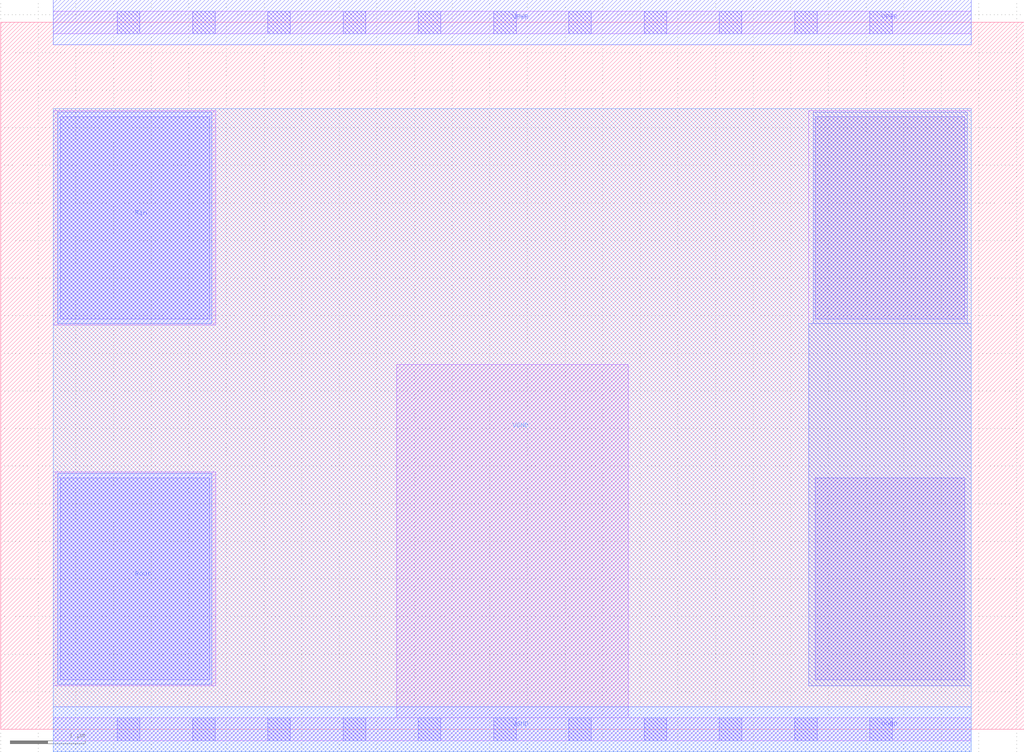
<source format=lef>
VERSION 5.7 ;
  NOWIREEXTENSIONATPIN ON ;
  DIVIDERCHAR "/" ;
  BUSBITCHARS "[]" ;
MACRO sky130_asc_res_xhigh_po_2p85_1
  CLASS CORE ;
  FOREIGN sky130_asc_res_xhigh_po_2p85_1 ;
  ORIGIN 0.000 0.000 ;
  SIZE 13.600 BY 9.400 ;
  SITE unitasc ;
  PIN Rin
    DIRECTION INOUT ;
    PORT
      LAYER li1 ;
        RECT 0.700 5.375 2.860 8.225 ;
      LAYER mcon ;
        RECT 0.790 5.455 2.775 8.145 ;
      LAYER met1 ;
        RECT 0.755 5.395 2.805 8.205 ;
    END
  END Rin
  PIN Rout
    DIRECTION INOUT ;
    PORT
      LAYER li1 ;
        RECT 0.700 0.575 2.860 3.425 ;
      LAYER mcon ;
        RECT 0.790 0.655 2.775 3.345 ;
      LAYER met1 ;
        RECT 0.755 0.595 2.805 3.405 ;
    END
  END Rout
  PIN VPWR
    DIRECTION INOUT ;
    USE POWER ;
    PORT
      LAYER li1 ;
        RECT 0.700 9.250 12.900 9.550 ;
      LAYER mcon ;
        RECT 1.550 9.250 1.850 9.550 ;
        RECT 2.550 9.250 2.850 9.550 ;
        RECT 3.550 9.250 3.850 9.550 ;
        RECT 4.550 9.250 4.850 9.550 ;
        RECT 5.550 9.250 5.850 9.550 ;
        RECT 6.550 9.250 6.850 9.550 ;
        RECT 7.550 9.250 7.850 9.550 ;
        RECT 8.550 9.250 8.850 9.550 ;
        RECT 9.550 9.250 9.850 9.550 ;
        RECT 10.550 9.250 10.850 9.550 ;
        RECT 11.550 9.250 11.850 9.550 ;
      LAYER met1 ;
        RECT 0.700 9.100 12.900 9.700 ;
    END
  END VPWR
  PIN VGND
    DIRECTION INOUT ;
    USE GROUND ;
    PORT
      LAYER pwell ;
        RECT 0.700 -0.300 12.900 8.250 ;
      LAYER li1 ;
        RECT 5.260 0.150 8.340 4.850 ;
        RECT 0.700 -0.150 12.900 0.150 ;
      LAYER mcon ;
        RECT 1.550 -0.150 1.850 0.150 ;
        RECT 2.550 -0.150 2.850 0.150 ;
        RECT 3.550 -0.150 3.850 0.150 ;
        RECT 4.550 -0.150 4.850 0.150 ;
        RECT 5.550 -0.150 5.850 0.150 ;
        RECT 6.550 -0.150 6.850 0.150 ;
        RECT 7.550 -0.150 7.850 0.150 ;
        RECT 8.550 -0.150 8.850 0.150 ;
        RECT 9.550 -0.150 9.850 0.150 ;
        RECT 10.550 -0.150 10.850 0.150 ;
        RECT 11.550 -0.150 11.850 0.150 ;
      LAYER met1 ;
        RECT 0.700 -0.300 12.900 0.300 ;
    END
  END VGND
  OBS
      LAYER li1 ;
        RECT 10.740 0.575 12.900 8.225 ;
      LAYER mcon ;
        RECT 10.825 5.455 12.810 8.145 ;
        RECT 10.825 0.655 12.810 3.345 ;
      LAYER met1 ;
        RECT 10.795 5.395 12.845 8.205 ;
        RECT 10.740 0.575 12.900 5.395 ;
  END
END sky130_asc_res_xhigh_po_2p85_1
END LIBRARY


</source>
